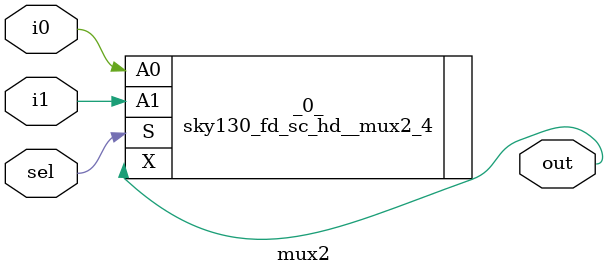
<source format=v>
/* Generated by Yosys 0.59+0 (git sha1 UNKNOWN, g++ 11.4.0-1ubuntu1~22.04.2 -fPIC -O3) */

(* hdlname = "mux2" *)
(* top =  1  *)
(* src = "/workspace/design.v:2.1-11.10" *)
module mux2(i0, i1, sel, out);
  (* src = "/workspace/design.v:3.16-3.18" *)
  input i0;
  wire i0;
  (* src = "/workspace/design.v:4.16-4.18" *)
  input i1;
  wire i1;
  (* src = "/workspace/design.v:5.16-5.19" *)
  input sel;
  wire sel;
  (* src = "/workspace/design.v:6.17-6.20" *)
  output out;
  wire out;
  sky130_fd_sc_hd__mux2_4 _0_ (
    .A0(i0),
    .A1(i1),
    .S(sel),
    .X(out)
  );
endmodule

</source>
